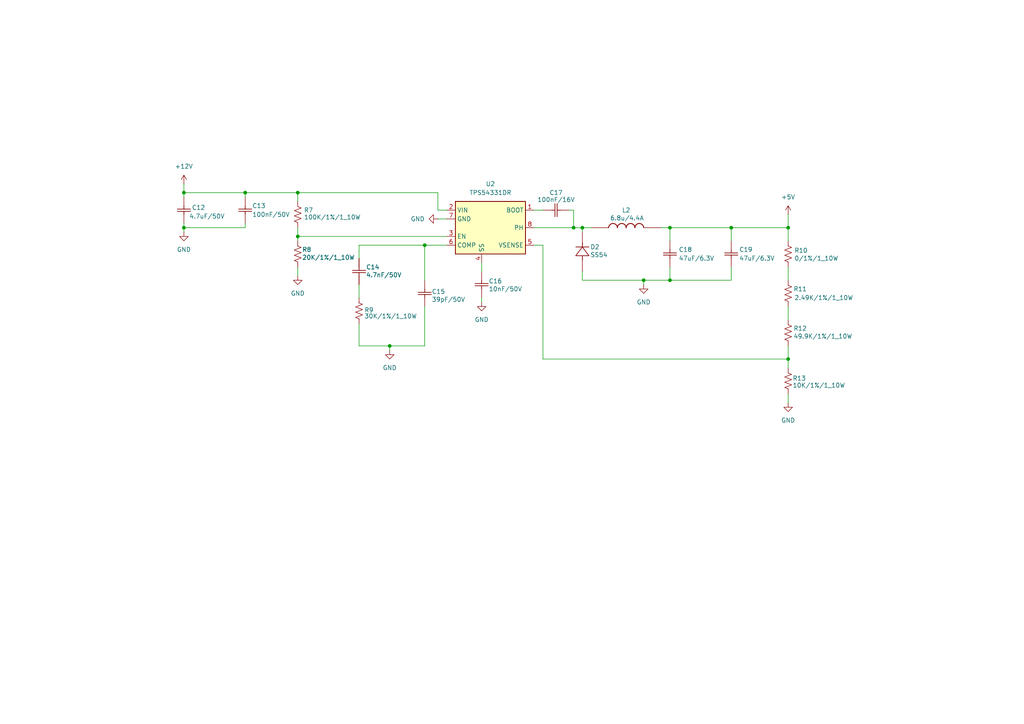
<source format=kicad_sch>
(kicad_sch (version 20231120) (generator "eeschema") (generator_version "8.0")
  (paper "A4")
  (lib_symbols
    (symbol "charge_battery_sym_lib:Ceramic_Cap_SMD_100nF_16V" (pin_numbers hide) (pin_names hide)
      (property "Reference" "C" (at 1.016 2.794 0))
      (property "Value" "100nF/16V" (at 0.254 5.334 0))
      (symbol "Ceramic_Cap_SMD_100nF_16V_1_1"
        (polyline (pts (xy 1.27 0) (xy 2.2098 0)) (stroke (width 0.2032)))
        (polyline (pts (xy 2.2098 -1.905) (xy 2.2098 1.905)) (stroke (width 0.2032)))
        (polyline (pts (xy 2.8448 -1.905) (xy 2.8448 1.905)) (stroke (width 0.2032)))
        (polyline (pts (xy 2.8448 0) (xy 3.81 0)) (stroke (width 0.2032)))
        (pin unspecified line (at -1.27 0 0) (length 2.54) (name "") (number "1"))
        (pin unspecified line (at 6.35 0 180) (length 2.54) (name "") (number "2"))
      )
    )
    (symbol "charge_battery_sym_lib:Ceramic_Cap_SMD_100nF_50V_0805" (pin_numbers hide) (pin_names hide)
      (property "Reference" "C" (at 1.016 2.794 0))
      (property "Value" "100nF/50V" (at 0.254 5.334 0))
      (symbol "Ceramic_Cap_SMD_100nF_50V_0805_1_1"
        (polyline (pts (xy 1.27 0) (xy 2.2098 0)) (stroke (width 0.2032)))
        (polyline (pts (xy 2.2098 -1.905) (xy 2.2098 1.905)) (stroke (width 0.2032)))
        (polyline (pts (xy 2.8448 -1.905) (xy 2.8448 1.905)) (stroke (width 0.2032)))
        (polyline (pts (xy 2.8448 0) (xy 3.81 0)) (stroke (width 0.2032)))
        (pin unspecified line (at -1.27 0 0) (length 2.54) (name "") (number "1"))
        (pin unspecified line (at 6.35 0 180) (length 2.54) (name "") (number "2"))
      )
    )
    (symbol "charge_battery_sym_lib:Ceramic_Cap_SMD_10nF_50V" (pin_numbers hide) (pin_names hide)
      (property "Reference" "C" (at 2.286 2.794 0))
      (property "Value" "10nF/50V" (at 0.254 5.334 0))
      (symbol "Ceramic_Cap_SMD_10nF_50V_1_1"
        (polyline (pts (xy 2.54 0) (xy 3.4798 0)) (stroke (width 0.2032)))
        (polyline (pts (xy 3.4798 -1.905) (xy 3.4798 1.905)) (stroke (width 0.2032)))
        (polyline (pts (xy 4.1148 -1.905) (xy 4.1148 1.905)) (stroke (width 0.2032)))
        (polyline (pts (xy 4.1148 0) (xy 5.08 0)) (stroke (width 0.2032)))
        (pin unspecified line (at 0 0 0) (length 2.54) (name "") (number "1"))
        (pin unspecified line (at 7.62 0 180) (length 2.54) (name "") (number "2"))
      )
    )
    (symbol "charge_battery_sym_lib:Ceramic_Cap_SMD_39pF_50V" (pin_numbers hide) (pin_names hide)
      (property "Reference" "C" (at 1.016 2.794 0))
      (property "Value" "39pF/50V" (at 0.254 5.334 0))
      (symbol "Ceramic_Cap_SMD_39pF_50V_1_1"
        (polyline (pts (xy 1.27 0) (xy 2.2098 0)) (stroke (width 0.2032)))
        (polyline (pts (xy 2.2098 -1.905) (xy 2.2098 1.905)) (stroke (width 0.2032)))
        (polyline (pts (xy 2.8448 -1.905) (xy 2.8448 1.905)) (stroke (width 0.2032)))
        (polyline (pts (xy 2.8448 0) (xy 3.81 0)) (stroke (width 0.2032)))
        (pin unspecified line (at -1.27 0 0) (length 2.54) (name "") (number "1"))
        (pin unspecified line (at 6.35 0 180) (length 2.54) (name "") (number "2"))
      )
    )
    (symbol "charge_battery_sym_lib:Ceramic_Cap_SMD_4.7nF_50V" (pin_numbers hide) (pin_names hide)
      (property "Reference" "C" (at 2.286 2.794 0))
      (property "Value" "4.7nF/50V" (at 0.254 5.334 0))
      (symbol "Ceramic_Cap_SMD_4.7nF_50V_1_1"
        (polyline (pts (xy 2.54 0) (xy 3.4798 0)) (stroke (width 0.2032)))
        (polyline (pts (xy 3.4798 -1.905) (xy 3.4798 1.905)) (stroke (width 0.2032)))
        (polyline (pts (xy 4.1148 -1.905) (xy 4.1148 1.905)) (stroke (width 0.2032)))
        (polyline (pts (xy 4.1148 0) (xy 5.08 0)) (stroke (width 0.2032)))
        (pin unspecified line (at 0 0 0) (length 2.54) (name "") (number "1"))
        (pin unspecified line (at 7.62 0 180) (length 2.54) (name "") (number "2"))
      )
    )
    (symbol "charge_battery_sym_lib:Ceramic_Cap_SMD_4.7uF_50V" (pin_numbers hide) (pin_names hide)
      (property "Reference" "C" (at 2.286 2.794 0))
      (property "Value" "4.7uF/50V" (at 0.254 5.334 0))
      (symbol "Ceramic_Cap_SMD_4.7uF_50V_1_1"
        (polyline (pts (xy 2.54 0) (xy 3.4798 0)) (stroke (width 0.2032)))
        (polyline (pts (xy 3.4798 -1.905) (xy 3.4798 1.905)) (stroke (width 0.2032)))
        (polyline (pts (xy 4.1148 -1.905) (xy 4.1148 1.905)) (stroke (width 0.2032)))
        (polyline (pts (xy 4.1148 0) (xy 5.08 0)) (stroke (width 0.2032)))
        (pin unspecified line (at 0 0 0) (length 2.54) (name "") (number "1"))
        (pin unspecified line (at 7.62 0 180) (length 2.54) (name "") (number "2"))
      )
    )
    (symbol "charge_battery_sym_lib:Ceramic_Cap_SMD_47uF_6.3V" (pin_numbers hide) (pin_names hide)
      (property "Reference" "C" (at 2.286 2.794 0))
      (property "Value" "47uF/6.3V" (at 0.254 5.334 0))
      (symbol "Ceramic_Cap_SMD_47uF_6.3V_1_1"
        (polyline (pts (xy 2.54 0) (xy 3.4798 0)) (stroke (width 0.2032)))
        (polyline (pts (xy 3.4798 -1.905) (xy 3.4798 1.905)) (stroke (width 0.2032)))
        (polyline (pts (xy 4.1148 -1.905) (xy 4.1148 1.905)) (stroke (width 0.2032)))
        (polyline (pts (xy 4.1148 0) (xy 5.08 0)) (stroke (width 0.2032)))
        (pin unspecified line (at 0 0 0) (length 2.54) (name "") (number "1"))
        (pin unspecified line (at 7.62 0 180) (length 2.54) (name "") (number "2"))
      )
    )
    (symbol "charge_battery_sym_lib:Inductor_6.8u_4.4A" (pin_numbers hide) (pin_names hide)
      (property "Reference" "L" (at 16.51 6.35 0))
      (property "Value" "6.8u/4.4A" (at 16.51 3.81 0))
      (symbol "Inductor_6.8u_4.4A_1_1"
        (arc (start 7.62 0) (mid 6.35 1.219) (end 5.08 0) (stroke (width 0.254)))
        (arc (start 10.16 0) (mid 8.89 1.219) (end 7.62 0) (stroke (width 0.254)))
        (arc (start 12.7 0) (mid 11.43 1.219) (end 10.16 0) (stroke (width 0.254)))
        (arc (start 15.24 0) (mid 13.97 1.219) (end 12.7 0) (stroke (width 0.254)))
        (pin passive line (at 0 0 0) (length 5.08) (name "1") (number "1"))
        (pin passive line (at 20.32 0 180) (length 5.08) (name "2") (number "2"))
      )
    )
    (symbol "charge_battery_sym_lib:Res_0_0603_1%" (pin_numbers hide) (pin_names hide)
      (property "Reference" "R" (at 3.556 2.54 0))
      (property "Value" "0/1%/1_10W" (at 4.064 -2.54 0))
      (symbol "Res_0_0603_1%_0_1"
        (polyline (pts (xy 1.524 0) (xy 1.27 0)))
        (polyline (pts (xy 6.096 0) (xy 6.35 0)))
        (polyline (pts (xy 1.524 0) (xy 1.905 1.016) (xy 2.286 0) (xy 2.667 -1.016) (xy 3.048 0)))
        (polyline (pts (xy 3.048 0) (xy 3.429 1.016) (xy 3.81 0) (xy 4.191 -1.016) (xy 4.572 0)))
        (polyline (pts (xy 4.572 0) (xy 4.953 1.016) (xy 5.334 0) (xy 5.715 -1.016) (xy 6.096 0)))
      )
      (symbol "Res_0_0603_1%_1_1"
        (pin passive line (at 0 0 0) (length 1.27) (name "~") (number "1"))
        (pin passive line (at 7.62 0 180) (length 1.27) (name "~") (number "2"))
      )
    )
    (symbol "charge_battery_sym_lib:Res_100K_0603_1%" (pin_numbers hide) (pin_names hide)
      (property "Reference" "R" (at 2.54 2.54 0))
      (property "Value" "100K/1%/1_10W" (at 3.81 -2.54 0))
      (symbol "Res_100K_0603_1%_0_1"
        (polyline (pts (xy 1.524 0) (xy 1.27 0)))
        (polyline (pts (xy 6.096 0) (xy 6.35 0)))
        (polyline (pts (xy 1.524 0) (xy 1.905 1.016) (xy 2.286 0) (xy 2.667 -1.016) (xy 3.048 0)))
        (polyline (pts (xy 3.048 0) (xy 3.429 1.016) (xy 3.81 0) (xy 4.191 -1.016) (xy 4.572 0)))
        (polyline (pts (xy 4.572 0) (xy 4.953 1.016) (xy 5.334 0) (xy 5.715 -1.016) (xy 6.096 0)))
      )
      (symbol "Res_100K_0603_1%_1_1"
        (pin passive line (at 0 0 0) (length 1.27) (name "~") (number "1"))
        (pin passive line (at 7.62 0 180) (length 1.27) (name "~") (number "2"))
      )
    )
    (symbol "charge_battery_sym_lib:Res_10K_0603_1%" (pin_numbers hide) (pin_names hide)
      (property "Reference" "R" (at 2.794 3.81 0))
      (property "Value" "10K/1%/1_10W" (at 4.064 -2.54 0))
      (symbol "Res_10K_0603_1%_0_1"
        (polyline (pts (xy 1.524 0) (xy 1.27 0)))
        (polyline (pts (xy 6.096 0) (xy 6.35 0)))
        (polyline (pts (xy 1.524 0) (xy 1.905 1.016) (xy 2.286 0) (xy 2.667 -1.016) (xy 3.048 0)))
        (polyline (pts (xy 3.048 0) (xy 3.429 1.016) (xy 3.81 0) (xy 4.191 -1.016) (xy 4.572 0)))
        (polyline (pts (xy 4.572 0) (xy 4.953 1.016) (xy 5.334 0) (xy 5.715 -1.016) (xy 6.096 0)))
      )
      (symbol "Res_10K_0603_1%_1_1"
        (pin passive line (at 0 0 0) (length 1.27) (name "~") (number "1"))
        (pin passive line (at 7.62 0 180) (length 1.27) (name "~") (number "2"))
      )
    )
    (symbol "charge_battery_sym_lib:Res_2.49K_0603_1%" (pin_numbers hide) (pin_names hide)
      (property "Reference" "R" (at 3.556 2.54 0))
      (property "Value" "2.49K/1%/1_10W" (at 4.064 -2.54 0))
      (symbol "Res_2.49K_0603_1%_0_1"
        (polyline (pts (xy 1.524 0) (xy 1.27 0)))
        (polyline (pts (xy 6.096 0) (xy 6.35 0)))
        (polyline (pts (xy 1.524 0) (xy 1.905 1.016) (xy 2.286 0) (xy 2.667 -1.016) (xy 3.048 0)))
        (polyline (pts (xy 3.048 0) (xy 3.429 1.016) (xy 3.81 0) (xy 4.191 -1.016) (xy 4.572 0)))
        (polyline (pts (xy 4.572 0) (xy 4.953 1.016) (xy 5.334 0) (xy 5.715 -1.016) (xy 6.096 0)))
      )
      (symbol "Res_2.49K_0603_1%_1_1"
        (pin passive line (at 0 0 0) (length 1.27) (name "~") (number "1"))
        (pin passive line (at 7.62 0 180) (length 1.27) (name "~") (number "2"))
      )
    )
    (symbol "charge_battery_sym_lib:Res_20K_0603_1%" (pin_numbers hide) (pin_names hide)
      (property "Reference" "R" (at 2.794 3.81 0))
      (property "Value" "20K/1%/1_10W" (at 4.064 -2.54 0))
      (symbol "Res_20K_0603_1%_0_1"
        (polyline (pts (xy 1.524 0) (xy 1.27 0)))
        (polyline (pts (xy 6.096 0) (xy 6.35 0)))
        (polyline (pts (xy 1.524 0) (xy 1.905 1.016) (xy 2.286 0) (xy 2.667 -1.016) (xy 3.048 0)))
        (polyline (pts (xy 3.048 0) (xy 3.429 1.016) (xy 3.81 0) (xy 4.191 -1.016) (xy 4.572 0)))
        (polyline (pts (xy 4.572 0) (xy 4.953 1.016) (xy 5.334 0) (xy 5.715 -1.016) (xy 6.096 0)))
      )
      (symbol "Res_20K_0603_1%_1_1"
        (pin passive line (at 0 0 0) (length 1.27) (name "~") (number "1"))
        (pin passive line (at 7.62 0 180) (length 1.27) (name "~") (number "2"))
      )
    )
    (symbol "charge_battery_sym_lib:Res_30K_0603_1%" (pin_numbers hide) (pin_names hide)
      (property "Reference" "R" (at 2.794 3.81 0))
      (property "Value" "30K/1%/1_10W" (at 4.064 -2.54 0))
      (symbol "Res_30K_0603_1%_0_1"
        (polyline (pts (xy 1.524 0) (xy 1.27 0)))
        (polyline (pts (xy 6.096 0) (xy 6.35 0)))
        (polyline (pts (xy 1.524 0) (xy 1.905 1.016) (xy 2.286 0) (xy 2.667 -1.016) (xy 3.048 0)))
        (polyline (pts (xy 3.048 0) (xy 3.429 1.016) (xy 3.81 0) (xy 4.191 -1.016) (xy 4.572 0)))
        (polyline (pts (xy 4.572 0) (xy 4.953 1.016) (xy 5.334 0) (xy 5.715 -1.016) (xy 6.096 0)))
      )
      (symbol "Res_30K_0603_1%_1_1"
        (pin passive line (at 0 0 0) (length 1.27) (name "~") (number "1"))
        (pin passive line (at 7.62 0 180) (length 1.27) (name "~") (number "2"))
      )
    )
    (symbol "charge_battery_sym_lib:Res_49.9K_0603_1%" (pin_numbers hide) (pin_names hide)
      (property "Reference" "R" (at 3.556 2.54 0))
      (property "Value" "49.9K/1%/1_10W" (at 4.064 -2.54 0))
      (symbol "Res_49.9K_0603_1%_0_1"
        (polyline (pts (xy 1.524 0) (xy 1.27 0)))
        (polyline (pts (xy 6.096 0) (xy 6.35 0)))
        (polyline (pts (xy 1.524 0) (xy 1.905 1.016) (xy 2.286 0) (xy 2.667 -1.016) (xy 3.048 0)))
        (polyline (pts (xy 3.048 0) (xy 3.429 1.016) (xy 3.81 0) (xy 4.191 -1.016) (xy 4.572 0)))
        (polyline (pts (xy 4.572 0) (xy 4.953 1.016) (xy 5.334 0) (xy 5.715 -1.016) (xy 6.096 0)))
      )
      (symbol "Res_49.9K_0603_1%_1_1"
        (pin passive line (at 0 0 0) (length 1.27) (name "~") (number "1"))
        (pin passive line (at 7.62 0 180) (length 1.27) (name "~") (number "2"))
      )
    )
    (symbol "charge_battery_sym_lib:SS54" (pin_numbers hide) (pin_names hide)
      (property "Reference" "D" (at -1.016 2.286 0))
      (property "Value" "SS54" (at 2.54 -2.794 0))
      (symbol "SS54_0_1"
        (polyline (pts (xy -0.508 0) (xy 0.635 0)) (stroke (width 0.2032)))
        (polyline (pts (xy 0.762 -1.905) (xy 3.302 0)) (stroke (width 0.2032)))
        (polyline (pts (xy 0.762 1.905) (xy 0.762 -1.905)) (stroke (width 0.2032)))
        (polyline (pts (xy 3.302 -1.905) (xy 3.302 1.905)) (stroke (width 0.2032)))
        (polyline (pts (xy 3.302 0) (xy 0.762 1.905)) (stroke (width 0.2032)))
        (polyline (pts (xy 3.302 0) (xy 4.572 0)) (stroke (width 0.2032)))
      )
      (symbol "SS54_1_1"
        (pin unspecified line (at -3.81 0 0) (length 3.81) (name "A") (number "1"))
        (pin unspecified line (at 7.62 0 180) (length 3.81) (name "K") (number "2"))
      )
    )
    (symbol "charge_battery_sym_lib:TPS54331DR"
      (property "Reference" "U" (at 1.27 16.51 0))
      (property "Value" "TPS54331DR" (at 13.97 16.51 0))
      (symbol "TPS54331DR_1_1"
        (rectangle (start 0 15.24) (end 20.32 0) (stroke (width 0.254)) (fill (type background)))
        (pin output line (at 22.86 12.7 180) (length 2.54) (name "BOOT") (number "1"))
        (pin power_in line (at -2.54 12.7 0) (length 2.54) (name "VIN") (number "2"))
        (pin output line (at -2.54 5.08 0) (length 2.54) (name "EN") (number "3"))
        (pin power_in line (at 7.62 -2.54 90) (length 2.54) (name "SS") (number "4"))
        (pin input line (at 22.86 2.54 180) (length 2.54) (name "VSENSE") (number "5"))
        (pin output line (at -2.54 2.54 0) (length 2.54) (name "COMP") (number "6"))
        (pin power_in line (at -2.54 10.16 0) (length 2.54) (name "GND") (number "7"))
        (pin output line (at 22.86 7.62 180) (length 2.54) (name "PH") (number "8"))
      )
    )
    (symbol "power:+12V" (power) (pin_numbers hide) (pin_names (offset 0) hide)
      (property "Value" "+12V" (at 0 3.556 0))
      (symbol "+12V_0_1"
        (polyline (pts (xy -0.762 1.27) (xy 0 2.54)))
        (polyline (pts (xy 0 0) (xy 0 2.54)))
        (polyline (pts (xy 0 2.54) (xy 0.762 1.27)))
      )
      (symbol "+12V_1_1"
        (pin power_in line (at 0 0 90) (length 0) (name "~") (number "1"))
      )
    )
    (symbol "power:+5V" (power) (pin_numbers hide) (pin_names (offset 0) hide)
      (property "Value" "+5V" (at 0 3.556 0))
      (symbol "+5V_0_1"
        (polyline (pts (xy -0.762 1.27) (xy 0 2.54)))
        (polyline (pts (xy 0 0) (xy 0 2.54)))
        (polyline (pts (xy 0 2.54) (xy 0.762 1.27)))
      )
      (symbol "+5V_1_1"
        (pin power_in line (at 0 0 90) (length 0) (name "~") (number "1"))
      )
    )
    (symbol "power:GND" (power) (pin_numbers hide) (pin_names (offset 0) hide)
      (property "Value" "GND" (at 0 -3.81 0))
      (symbol "GND_0_1"
        (polyline (pts (xy 0 0) (xy 0 -1.27) (xy 1.27 -1.27) (xy 0 -2.54) (xy -1.27 -1.27) (xy 0 -1.27)))
      )
      (symbol "GND_1_1"
        (pin power_in line (at 0 0 270) (length 0) (name "~") (number "1"))
      )
    )
  )
  (junction (at 168.91 66.04))
  (junction (at 71.12 55.88))
  (junction (at 194.31 66.04))
  (junction (at 86.36 55.88))
  (junction (at 123.19 71.12))
  (junction (at 228.6 104.14))
  (junction (at 166.37 66.04))
  (junction (at 228.6 66.04))
  (junction (at 53.34 66.04))
  (junction (at 113.03 100.33))
  (junction (at 186.69 81.28))
  (junction (at 212.09 66.04))
  (junction (at 194.31 81.28))
  (junction (at 86.36 68.58))
  (junction (at 53.34 55.88))
  (wire (pts (xy 228.6 100.33) (xy 228.6 104.14)))
  (wire (pts (xy 154.94 60.96) (xy 157.48 60.96)))
  (wire (pts (xy 212.09 77.47) (xy 212.09 81.28)))
  (wire (pts (xy 139.7 76.2) (xy 139.7 78.74)))
  (wire (pts (xy 86.36 55.88) (xy 86.36 58.42)))
  (wire (pts (xy 104.14 82.55) (xy 104.14 86.36)))
  (wire (pts (xy 139.7 87.63) (xy 139.7 86.36)))
  (wire (pts (xy 228.6 66.04) (xy 228.6 69.85)))
  (wire (pts (xy 123.19 71.12) (xy 123.19 81.28)))
  (wire (pts (xy 53.34 55.88) (xy 71.12 55.88)))
  (wire (pts (xy 113.03 100.33) (xy 104.14 100.33)))
  (wire (pts (xy 123.19 88.9) (xy 123.19 100.33)))
  (wire (pts (xy 212.09 69.85) (xy 212.09 66.04)))
  (wire (pts (xy 194.31 81.28) (xy 194.31 77.47)))
  (wire (pts (xy 154.94 66.04) (xy 166.37 66.04)))
  (wire (pts (xy 157.48 71.12) (xy 157.48 104.14)))
  (wire (pts (xy 154.94 71.12) (xy 157.48 71.12)))
  (wire (pts (xy 86.36 55.88) (xy 127 55.88)))
  (wire (pts (xy 168.91 81.28) (xy 186.69 81.28)))
  (wire (pts (xy 53.34 66.04) (xy 71.12 66.04)))
  (wire (pts (xy 104.14 71.12) (xy 104.14 74.93)))
  (wire (pts (xy 194.31 81.28) (xy 212.09 81.28)))
  (wire (pts (xy 228.6 104.14) (xy 228.6 106.68)))
  (wire (pts (xy 191.77 66.04) (xy 194.31 66.04)))
  (wire (pts (xy 86.36 66.04) (xy 86.36 68.58)))
  (wire (pts (xy 127 60.96) (xy 129.54 60.96)))
  (wire (pts (xy 168.91 66.04) (xy 171.45 66.04)))
  (wire (pts (xy 166.37 60.96) (xy 165.1 60.96)))
  (wire (pts (xy 168.91 78.74) (xy 168.91 81.28)))
  (wire (pts (xy 113.03 101.6) (xy 113.03 100.33)))
  (wire (pts (xy 86.36 69.85) (xy 86.36 68.58)))
  (wire (pts (xy 129.54 63.5) (xy 127 63.5)))
  (wire (pts (xy 86.36 68.58) (xy 129.54 68.58)))
  (wire (pts (xy 53.34 66.04) (xy 53.34 67.31)))
  (wire (pts (xy 228.6 88.9) (xy 228.6 92.71)))
  (wire (pts (xy 71.12 55.88) (xy 86.36 55.88)))
  (wire (pts (xy 166.37 66.04) (xy 168.91 66.04)))
  (wire (pts (xy 212.09 66.04) (xy 228.6 66.04)))
  (wire (pts (xy 228.6 62.23) (xy 228.6 66.04)))
  (wire (pts (xy 53.34 53.34) (xy 53.34 55.88)))
  (wire (pts (xy 53.34 57.15) (xy 53.34 55.88)))
  (wire (pts (xy 86.36 77.47) (xy 86.36 80.01)))
  (wire (pts (xy 166.37 60.96) (xy 166.37 66.04)))
  (wire (pts (xy 186.69 81.28) (xy 186.69 82.55)))
  (wire (pts (xy 228.6 77.47) (xy 228.6 81.28)))
  (wire (pts (xy 194.31 66.04) (xy 212.09 66.04)))
  (wire (pts (xy 168.91 67.31) (xy 168.91 66.04)))
  (wire (pts (xy 228.6 114.3) (xy 228.6 116.84)))
  (wire (pts (xy 104.14 71.12) (xy 123.19 71.12)))
  (wire (pts (xy 104.14 93.98) (xy 104.14 100.33)))
  (wire (pts (xy 157.48 104.14) (xy 228.6 104.14)))
  (wire (pts (xy 53.34 66.04) (xy 53.34 64.77)))
  (wire (pts (xy 123.19 100.33) (xy 113.03 100.33)))
  (wire (pts (xy 129.54 71.12) (xy 123.19 71.12)))
  (wire (pts (xy 186.69 81.28) (xy 194.31 81.28)))
  (wire (pts (xy 127 55.88) (xy 127 60.96)))
  (wire (pts (xy 194.31 69.85) (xy 194.31 66.04)))
  (wire (pts (xy 71.12 66.04) (xy 71.12 64.77)))
  (wire (pts (xy 71.12 57.15) (xy 71.12 55.88)))
  (symbol (lib_id "power:GND") (at 113.03 101.6 0) (unit 1)
    (property "Reference" "#PWR018" (effects (hide yes)))
    (property "Value" "GND" (at 113.03 106.68 0))
    (property "Description" "Power symbol creates a global label with name \"GND\" , ground" (effects (hide yes)))
  )
  (symbol (lib_id "charge_battery_sym_lib:Res_49.9K_0603_1%") (at 228.6 100.33 90) (unit 1)
    (property "Reference" "R12" (at 230.124 95.25 90) (effects (justify right)))
    (property "Value" "49.9K/1%/1_10W" (at 230.124 97.536 90) (effects (justify right)))
    (property "Footprint" "charge_battery_footprint_lib:Res_0603" (effects (hide yes)))
    (property "Description" "Res 49.9 KOhm 0603 1%" (effects (hide yes)))
    (property "Supply name" "Thegioiic" (effects (hide yes)))
    (property "Supply part number" "Điện Trở 49.9 KOhm 0603 1%" (effects (hide yes)))
    (property "Supply URL" "https://www.thegioiic.com/dien-tro-49-9-kohm-0603-1-" (effects (hide yes)))
  )
  (symbol (lib_id "charge_battery_sym_lib:TPS54331DR") (at 132.08 73.66 0) (unit 1)
    (property "Reference" "U2" (at 142.24 53.34 0))
    (property "Value" "TPS54331DR" (at 142.24 55.88 0))
    (property "Footprint" "charge_battery_footprint_lib:SOIC-8" (effects (hide yes)))
    (property "Datasheet" "http://www.ti.com/lit/ds/symlink/tps54336a.pdf" (effects (hide yes)))
    (property "Description" " 4.5V to 28V Input, 3A, Synchronous Step-Down Converter with Eco-mode(tm)" (effects (hide yes)))
    (property "Supply name" "Thegioiic" (effects (hide yes)))
    (property "Supply part name" "TPS54331DR IC Điều Chỉnh Giảm Áp 3A 8-SOIC" (effects (hide yes)))
    (property "Supply URL" "https://thegioiic.com/tps54331dr-ic-dieu-chinh-giam-ap-3a-8-soic" (effects (hide yes)))
  )
  (symbol (lib_id "charge_battery_sym_lib:Res_100K_0603_1%") (at 86.36 66.04 90) (unit 1)
    (property "Reference" "R7" (at 88.138 60.96 90) (effects (justify right)))
    (property "Value" "100K/1%/1_10W" (at 88.138 62.992 90) (effects (justify right)))
    (property "Footprint" "charge_battery_footprint_lib:Res_0603" (effects (hide yes)))
    (property "Datasheet" "https://fscdn.rohm.com/en/products/databook/datasheet/passive/resistor/chip_resistor/esr-e.pdf" (effects (hide yes)))
    (property "Description" "Res 100 KOhm 0603 1%" (effects (hide yes)))
    (property "Supply name" "Thegioiic" (effects (hide yes)))
    (property "Supply part number" "Điện Trở 100 KOhm 0603 1%" (effects (hide yes)))
    (property "Supply URL" "https://www.thegioiic.com/dien-tro-100-kohm-0603-1-" (effects (hide yes)))
  )
  (symbol (lib_id "power:GND") (at 228.6 116.84 0) (unit 1)
    (property "Reference" "#PWR023" (effects (hide yes)))
    (property "Value" "GND" (at 228.6 121.92 0))
    (property "Description" "Power symbol creates a global label with name \"GND\" , ground" (effects (hide yes)))
  )
  (symbol (lib_id "charge_battery_sym_lib:Ceramic_Cap_SMD_4.7uF_50V") (at 53.34 64.77 90) (unit 1)
    (property "Reference" "C12" (at 55.626 60.198 90) (effects (justify right)))
    (property "Value" "4.7uF/50V" (at 54.864 62.738 90) (effects (justify right)))
    (property "Footprint" "charge_battery_footprint_lib:Ceramic_Cap_0805" (effects (hide yes)))
    (property "Datasheet" "https://www.mouser.vn/datasheet/2/40/KYOCERA_AutoMLCCKAM-3106308.pdf" (effects (hide yes)))
    (property "Description" "10%, 0805 (2012 Metric)" (effects (hide yes)))
    (property "Supply name" "Thegioiic" (effects (hide yes)))
    (property "Supply part number" "Tụ Gốm 0805 4.7uF 50V" (effects (hide yes)))
    (property "Supply URL" "https://www.thegioiic.com/tu-gom-0805-4-7uf-50v" (effects (hide yes)))
  )
  (symbol (lib_id "charge_battery_sym_lib:Ceramic_Cap_SMD_47uF_6.3V") (at 194.31 77.47 90) (unit 1)
    (property "Reference" "C18" (at 196.85 72.39 90) (effects (justify right)))
    (property "Value" "47uF/6.3V" (at 196.85 74.93 90) (effects (justify right)))
    (property "Footprint" "charge_battery_footprint_lib:Ceramic_Cap_0805" (effects (hide yes)))
    (property "Description" "10%, 0805 (2012 Metric)" (effects (hide yes)))
    (property "Supply name" "Thegioiic" (effects (hide yes)))
    (property "Supply part number" "Tụ Gốm 0805 47uF 6.3V" (effects (hide yes)))
    (property "Supply URL" "https://www.thegioiic.com/tu-gom-0805-47uf-6-3v" (effects (hide yes)))
  )
  (symbol (lib_id "power:GND") (at 53.34 67.31 0) (unit 1)
    (property "Reference" "#PWR016" (effects (hide yes)))
    (property "Value" "GND" (at 53.34 72.39 0))
    (property "Description" "Power symbol creates a global label with name \"GND\" , ground" (effects (hide yes)))
  )
  (symbol (lib_id "charge_battery_sym_lib:Res_30K_0603_1%") (at 104.14 93.98 90) (unit 1)
    (property "Reference" "R9" (at 105.664 89.916 90) (effects (justify right)))
    (property "Value" "30K/1%/1_10W" (at 105.664 91.694 90) (effects (justify right)))
    (property "Footprint" "charge_battery_footprint_lib:Res_0603" (effects (hide yes)))
    (property "Datasheet" "https://fscdn.rohm.com/en/products/databook/datasheet/passive/resistor/chip_resistor/esr-e.pdf" (effects (hide yes)))
    (property "Description" "Res 30 KOhm 0603 1%" (effects (hide yes)))
    (property "Supply name" "Thegioiic" (effects (hide yes)))
    (property "Supply part number" "Điện Trở 30 KOhm 0603 1%" (effects (hide yes)))
    (property "Supply URL" "https://www.thegioiic.com/dien-tro-30-kohm-0603-1-" (effects (hide yes)))
  )
  (symbol (lib_id "charge_battery_sym_lib:Ceramic_Cap_SMD_100nF_16V") (at 158.75 60.96 0) (unit 1)
    (property "Reference" "C17" (at 161.29 55.88 0))
    (property "Value" "100nF/16V" (at 161.29 57.912 0))
    (property "Footprint" "charge_battery_footprint_lib:Ceramic_Cap_0603" (effects (hide yes)))
    (property "Datasheet" "https://www.mouser.vn/datasheet/2/40/KYOCERA_AutoMLCCKAM-3106308.pdf" (effects (hide yes)))
    (property "Description" "10%, 0603 (1608 Metric)" (effects (hide yes)))
    (property "Supply name" "Thegioiic" (effects (hide yes)))
    (property "Supply part number" "Tụ Gốm 0603 100nF (0.1uF) 16V" (effects (hide yes)))
    (property "Supply URL" "https://www.thegioiic.com/tu-gom-0603-100nf-0-1uf-16v" (effects (hide yes)))
  )
  (symbol (lib_id "charge_battery_sym_lib:Ceramic_Cap_SMD_100nF_50V_0805") (at 71.12 63.5 90) (unit 1)
    (property "Reference" "C13" (at 73.152 59.69 90) (effects (justify right)))
    (property "Value" "100nF/50V" (at 73.152 62.23 90) (effects (justify right)))
    (property "Footprint" "charge_battery_footprint_lib:Ceramic_Cap_0805" (effects (hide yes)))
    (property "Description" "10%, 0805 (2012 Metric)" (effects (hide yes)))
    (property "Supply name" "Thegioiic" (effects (hide yes)))
    (property "Supply part number" "Tụ Gốm 0805 100nF (0.1uF) 50V" (effects (hide yes)))
    (property "Supply URL" "https://www.thegioiic.com/tu-gom-0805-100nf-0-1uf-50v" (effects (hide yes)))
  )
  (symbol (lib_id "power:GND") (at 139.7 87.63 0) (unit 1)
    (property "Reference" "#PWR020" (effects (hide yes)))
    (property "Value" "GND" (at 139.7 92.71 0))
    (property "Description" "Power symbol creates a global label with name \"GND\" , ground" (effects (hide yes)))
  )
  (symbol (lib_id "power:GND") (at 186.69 82.55 0) (unit 1)
    (property "Reference" "#PWR021" (effects (hide yes)))
    (property "Value" "GND" (at 186.69 87.63 0))
    (property "Description" "Power symbol creates a global label with name \"GND\" , ground" (effects (hide yes)))
  )
  (symbol (lib_id "charge_battery_sym_lib:Ceramic_Cap_SMD_39pF_50V") (at 123.19 87.63 90) (unit 1)
    (property "Reference" "C15" (at 125.222 84.582 90) (effects (justify right)))
    (property "Value" "39pF/50V" (at 125.222 86.868 90) (effects (justify right)))
    (property "Footprint" "charge_battery_footprint_lib:Ceramic_Cap_0603" (effects (hide yes)))
    (property "Description" "10%, 0603 (1608 Metric)" (effects (hide yes)))
    (property "Supply name" "Thegioiic" (effects (hide yes)))
    (property "Supply part number" "Tụ Gốm 0603 39pF 50V" (effects (hide yes)))
    (property "Supply URL" "https://www.thegioiic.com/tu-gom-0603-39pf-50v" (effects (hide yes)))
  )
  (symbol (lib_id "power:+12V") (at 53.34 53.34 0) (unit 1)
    (property "Reference" "#PWR015" (effects (hide yes)))
    (property "Value" "+12V" (at 53.34 48.26 0))
    (property "Description" "Power symbol creates a global label with name \"+12V\"" (effects (hide yes)))
  )
  (symbol (lib_id "power:GND") (at 86.36 80.01 0) (unit 1)
    (property "Reference" "#PWR017" (effects (hide yes)))
    (property "Value" "GND" (at 86.36 85.09 0))
    (property "Description" "Power symbol creates a global label with name \"GND\" , ground" (effects (hide yes)))
  )
  (symbol (lib_id "charge_battery_sym_lib:Res_2.49K_0603_1%") (at 228.6 88.9 90) (unit 1)
    (property "Reference" "R11" (at 230.124 83.82 90) (effects (justify right)))
    (property "Value" "2.49K/1%/1_10W" (at 230.378 86.36 90) (effects (justify right)))
    (property "Footprint" "charge_battery_footprint_lib:Res_0603" (effects (hide yes)))
    (property "Description" "Res 2.49 KOhm 0603 1%" (effects (hide yes)))
    (property "Supply name" "Thegioiic" (effects (hide yes)))
    (property "Supply part number" "Điện Trở 2.49 KOhm 0603 1%" (effects (hide yes)))
    (property "Supply URL" "https://www.thegioiic.com/dien-tro-2-49-kohm-0603-1-" (effects (hide yes)))
  )
  (symbol (lib_id "charge_battery_sym_lib:Res_20K_0603_1%") (at 86.36 77.47 90) (unit 1)
    (property "Reference" "R8" (at 87.63 72.39 90) (effects (justify right)))
    (property "Value" "20K/1%/1_10W" (at 87.63 74.676 90) (effects (justify right)))
    (property "Footprint" "charge_battery_footprint_lib:Res_0603" (effects (hide yes)))
    (property "Description" "Res 20 KOhm 0603 1%" (effects (hide yes)))
    (property "Supply name" "Thegioiic" (effects (hide yes)))
    (property "Supply part number" "Điện Trở 20 KOhm 0603 1%" (effects (hide yes)))
    (property "Supply URL" "https://www.thegioiic.com/dien-tro-20-kohm-0603-1-" (effects (hide yes)))
  )
  (symbol (lib_id "charge_battery_sym_lib:Ceramic_Cap_SMD_47uF_6.3V") (at 212.09 77.47 90) (unit 1)
    (property "Reference" "C19" (at 214.376 72.39 90) (effects (justify right)))
    (property "Value" "47uF/6.3V" (at 214.376 74.93 90) (effects (justify right)))
    (property "Footprint" "charge_battery_footprint_lib:Ceramic_Cap_0805" (effects (hide yes)))
    (property "Description" "10%, 0805 (2012 Metric)" (effects (hide yes)))
    (property "Supply name" "Thegioiic" (effects (hide yes)))
    (property "Supply part number" "Tụ Gốm 0805 47uF 6.3V" (effects (hide yes)))
    (property "Supply URL" "https://www.thegioiic.com/tu-gom-0805-47uf-6-3v" (effects (hide yes)))
  )
  (symbol (lib_id "charge_battery_sym_lib:Ceramic_Cap_SMD_4.7nF_50V") (at 104.14 82.55 90) (unit 1)
    (property "Reference" "C14" (at 106.172 77.47 90) (effects (justify right)))
    (property "Value" "4.7nF/50V" (at 106.172 79.756 90) (effects (justify right)))
    (property "Footprint" "charge_battery_footprint_lib:Ceramic_Cap_0603" (effects (hide yes)))
    (property "Description" "10%, 0603 (1608 Metric)" (effects (hide yes)))
    (property "Supply name" "Thegioiic" (effects (hide yes)))
    (property "Supply part number" "Tụ Gốm 0603 4.7nF 50V" (effects (hide yes)))
    (property "Supply URL" "https://www.thegioiic.com/tu-gom-0603-4-7nf-50v" (effects (hide yes)))
  )
  (symbol (lib_id "power:+5V") (at 228.6 62.23 0) (unit 1)
    (property "Reference" "#PWR022" (effects (hide yes)))
    (property "Value" "+5V" (at 228.6 57.15 0))
    (property "Description" "Power symbol creates a global label with name \"+5V\"" (effects (hide yes)))
  )
  (symbol (lib_id "power:GND") (at 127 63.5 270) (unit 1)
    (property "Reference" "#PWR019" (effects (hide yes)))
    (property "Value" "GND" (at 123.19 63.4999 90) (effects (justify right)))
    (property "Description" "Power symbol creates a global label with name \"GND\" , ground" (effects (hide yes)))
  )
  (symbol (lib_id "charge_battery_sym_lib:Res_10K_0603_1%") (at 228.6 114.3 90) (unit 1)
    (property "Reference" "R13" (at 229.87 109.728 90) (effects (justify right)))
    (property "Value" "10K/1%/1_10W" (at 229.87 111.76 90) (effects (justify right)))
    (property "Footprint" "charge_battery_footprint_lib:Res_0603" (effects (hide yes)))
    (property "Datasheet" "https://fscdn.rohm.com/en/products/databook/datasheet/passive/resistor/chip_resistor/esr-e.pdf" (effects (hide yes)))
    (property "Description" "Res 10 KOhm 0603 1%" (effects (hide yes)))
    (property "Supply name" "Thegioiic" (effects (hide yes)))
    (property "Supply part number" "Điện Trở 10 KOhm 0603 1%" (effects (hide yes)))
    (property "Supply URL" "https://www.thegioiic.com/dien-tro-10-kohm-0603-1-" (effects (hide yes)))
  )
  (symbol (lib_id "charge_battery_sym_lib:Inductor_6.8u_4.4A") (at 171.45 66.04 0) (unit 1)
    (property "Reference" "L2" (at 181.61 60.96 0))
    (property "Value" "6.8u/4.4A" (at 181.864 63.246 0))
    (property "Footprint" "charge_battery_footprint_lib:Inductor_6.8u_4.4A" (effects (hide yes)))
    (property "Description" "Shielded Radial Leaded Inductor" (effects (hide yes)))
    (property "Supply Name" "TME" (effects (hide yes)))
    (property "Supply Part Number" "L8D43-6R8N" (effects (hide yes)))
    (property "Supply URL" "http://www.tme.vn/Product.aspx?id=1383#page=pro_info" (effects (hide yes)))
  )
  (symbol (lib_id "charge_battery_sym_lib:SS54") (at 168.91 74.93 90) (unit 1)
    (property "Reference" "D2" (at 171.196 71.628 90) (effects (justify right)))
    (property "Value" "SS54" (at 171.196 73.914 90) (effects (justify right)))
    (property "Footprint" "charge_battery_footprint_lib:D_SMA" (effects (hide yes)))
    (property "Datasheet" "https://www.thegioiic.com/upload/documents/dc8a63b3eda4738bc390d9dc570a4e18.pdf" (effects (hide yes)))
    (property "Description" "Diode Shotky SS54 1N5824 5A 40V" (effects (hide yes)))
    (property "Supply name" "Thegioiic" (effects (hide yes)))
    (property "Supply part number" "SS54 SMA Diode Shotky 5A 40V" (effects (hide yes)))
    (property "Supply URL" "https://www.thegioiic.com/ss54-sma-diode-shotky-5a-40v" (effects (hide yes)))
  )
  (symbol (lib_id "charge_battery_sym_lib:Res_0_0603_1%") (at 228.6 77.47 90) (unit 1)
    (property "Reference" "R10" (at 230.378 72.644 90) (effects (justify right)))
    (property "Value" "0/1%/1_10W" (at 230.378 74.93 90) (effects (justify right)))
    (property "Footprint" "charge_battery_footprint_lib:Res_0603" (effects (hide yes)))
    (property "Description" "Res 0Ohm 0603 1%" (effects (hide yes)))
    (property "Supply name" "Thegioiic" (effects (hide yes)))
    (property "Supply part number" "Điện Trở 0 Ohm 0603 1%" (effects (hide yes)))
    (property "Supply URL" "https://www.thegioiic.com/dien-tro-0-ohm-0603-1-" (effects (hide yes)))
  )
  (symbol (lib_id "charge_battery_sym_lib:Ceramic_Cap_SMD_10nF_50V") (at 139.7 86.36 90) (unit 1)
    (property "Reference" "C16" (at 141.732 81.534 90) (effects (justify right)))
    (property "Value" "10nF/50V" (at 141.732 83.82 90) (effects (justify right)))
    (property "Footprint" "charge_battery_footprint_lib:Ceramic_Cap_0603" (effects (hide yes)))
    (property "Datasheet" "https://www.mouser.vn/datasheet/2/40/KYOCERA_AutoMLCCKAM-3106308.pdf" (effects (hide yes)))
    (property "Description" "10%, 0603 (1608 Metric)" (effects (hide yes)))
    (property "Supply name" "Thegioiic" (effects (hide yes)))
    (property "Supply part number" "Tụ Gốm 0603 10nF 50V" (effects (hide yes)))
    (property "Supply URL" "https://www.thegioiic.com/tu-gom-0603-10nf-50v" (effects (hide yes)))
  )
)
</source>
